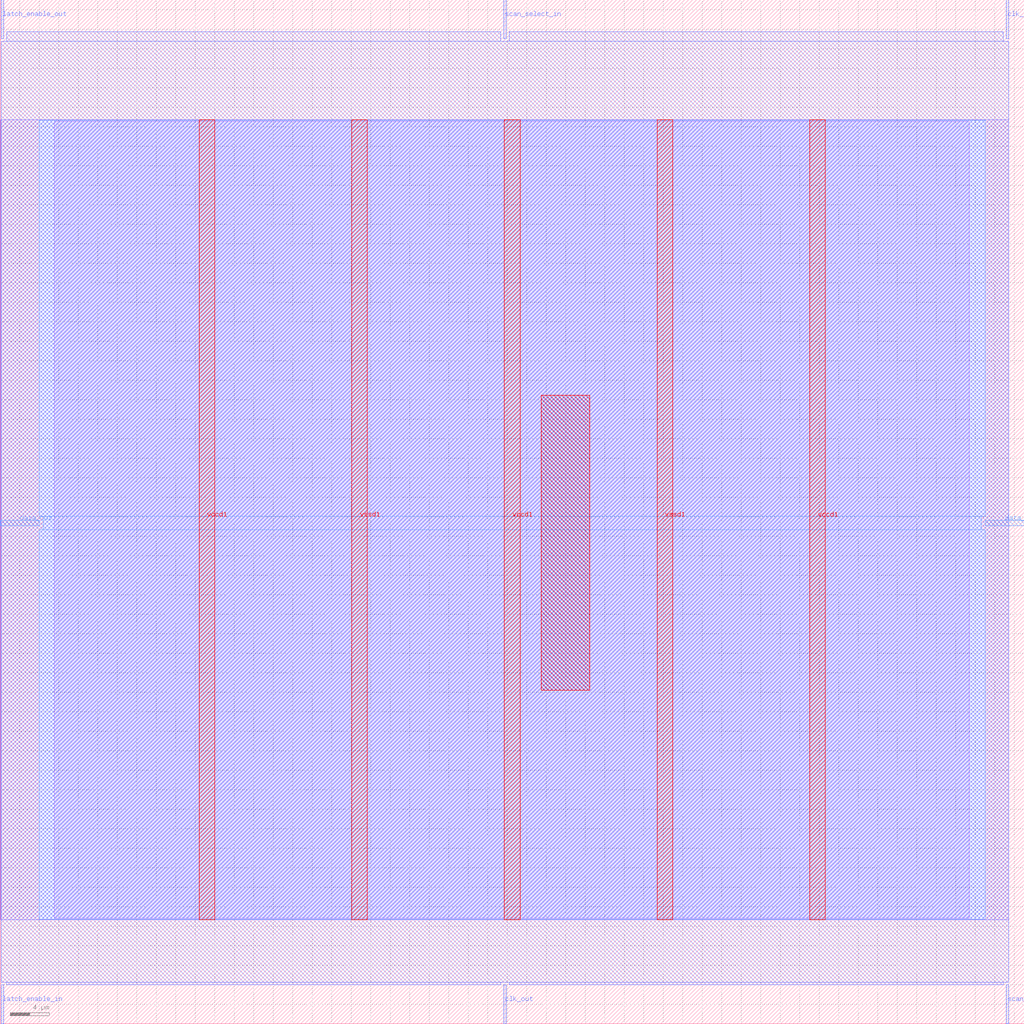
<source format=lef>
VERSION 5.7 ;
  NOWIREEXTENSIONATPIN ON ;
  DIVIDERCHAR "/" ;
  BUSBITCHARS "[]" ;
MACRO scan_wrapper_341410909669818963
  CLASS BLOCK ;
  FOREIGN scan_wrapper_341410909669818963 ;
  ORIGIN 0.000 0.000 ;
  SIZE 105.000 BY 105.000 ;
  PIN clk_in
    DIRECTION INPUT ;
    USE SIGNAL ;
    PORT
      LAYER met2 ;
        RECT 103.130 101.000 103.410 105.000 ;
    END
  END clk_in
  PIN clk_out
    DIRECTION OUTPUT TRISTATE ;
    USE SIGNAL ;
    PORT
      LAYER met2 ;
        RECT 51.610 0.000 51.890 4.000 ;
    END
  END clk_out
  PIN data_in
    DIRECTION INPUT ;
    USE SIGNAL ;
    PORT
      LAYER met3 ;
        RECT 101.000 51.040 105.000 51.640 ;
    END
  END data_in
  PIN data_out
    DIRECTION OUTPUT TRISTATE ;
    USE SIGNAL ;
    PORT
      LAYER met3 ;
        RECT 0.000 51.040 4.000 51.640 ;
    END
  END data_out
  PIN latch_enable_in
    DIRECTION INPUT ;
    USE SIGNAL ;
    PORT
      LAYER met2 ;
        RECT 0.090 0.000 0.370 4.000 ;
    END
  END latch_enable_in
  PIN latch_enable_out
    DIRECTION OUTPUT TRISTATE ;
    USE SIGNAL ;
    PORT
      LAYER met2 ;
        RECT 0.090 101.000 0.370 105.000 ;
    END
  END latch_enable_out
  PIN scan_select_in
    DIRECTION INPUT ;
    USE SIGNAL ;
    PORT
      LAYER met2 ;
        RECT 51.610 101.000 51.890 105.000 ;
    END
  END scan_select_in
  PIN scan_select_out
    DIRECTION OUTPUT TRISTATE ;
    USE SIGNAL ;
    PORT
      LAYER met2 ;
        RECT 103.130 0.000 103.410 4.000 ;
    END
  END scan_select_out
  PIN vccd1
    DIRECTION INPUT ;
    USE POWER ;
    PORT
      LAYER met4 ;
        RECT 20.380 10.640 21.980 92.720 ;
    END
    PORT
      LAYER met4 ;
        RECT 51.700 10.640 53.300 92.720 ;
    END
    PORT
      LAYER met4 ;
        RECT 83.020 10.640 84.620 92.720 ;
    END
  END vccd1
  PIN vssd1
    DIRECTION INPUT ;
    USE GROUND ;
    PORT
      LAYER met4 ;
        RECT 36.040 10.640 37.640 92.720 ;
    END
    PORT
      LAYER met4 ;
        RECT 67.360 10.640 68.960 92.720 ;
    END
  END vssd1
  OBS
      LAYER li1 ;
        RECT 5.520 10.795 99.360 92.565 ;
      LAYER met1 ;
        RECT 0.070 10.640 103.430 92.720 ;
      LAYER met2 ;
        RECT 0.650 100.720 51.330 101.730 ;
        RECT 52.170 100.720 102.850 101.730 ;
        RECT 0.100 4.280 103.400 100.720 ;
        RECT 0.650 4.000 51.330 4.280 ;
        RECT 52.170 4.000 102.850 4.280 ;
      LAYER met3 ;
        RECT 4.000 52.040 101.000 92.645 ;
        RECT 4.400 50.640 100.600 52.040 ;
        RECT 4.000 10.715 101.000 50.640 ;
      LAYER met4 ;
        RECT 55.495 34.175 60.425 64.425 ;
  END
END scan_wrapper_341410909669818963
END LIBRARY


</source>
